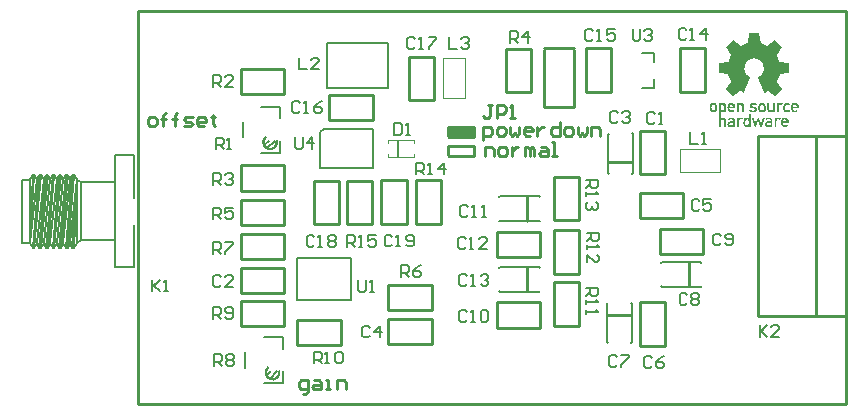
<source format=gto>
G04 Layer_Color=65535*
%FSLAX44Y44*%
%MOMM*%
G71*
G01*
G75*
%ADD31C,0.2540*%
%ADD39C,0.2000*%
%ADD40C,0.1500*%
%ADD41C,0.1800*%
%ADD42C,0.1200*%
%ADD43C,0.2286*%
G36*
X838498Y701546D02*
X839230Y701400D01*
X839816Y700814D01*
X839963Y700667D01*
X840256Y700081D01*
X840549Y699202D01*
X840695Y697738D01*
Y697591D01*
Y697445D01*
X840549Y696566D01*
X840402Y695540D01*
X839816Y694661D01*
X839670Y694515D01*
X839230Y694222D01*
X838498Y693783D01*
X837473Y693636D01*
X837180D01*
X836594Y693783D01*
X835861Y694075D01*
X834982Y694661D01*
X834836Y694808D01*
X834689Y695540D01*
X834543Y696419D01*
X834397Y697738D01*
Y697884D01*
Y698030D01*
X834543Y698909D01*
X834689Y699788D01*
X834982Y700814D01*
X835129Y700960D01*
X835568Y701253D01*
X836447Y701546D01*
X837473Y701693D01*
X837766D01*
X838498Y701546D01*
D02*
G37*
G36*
X894015Y688949D02*
X894601Y688656D01*
X893282Y687337D01*
Y687484D01*
X892989Y687630D01*
X892696Y687777D01*
X891964D01*
X891524Y687630D01*
X891085Y687044D01*
X890792Y686605D01*
Y686019D01*
Y681478D01*
X889181D01*
Y689241D01*
X890792D01*
Y688363D01*
X890938Y688509D01*
X891378Y688802D01*
X891964Y689095D01*
X892989Y689241D01*
X893429D01*
X894015Y688949D01*
D02*
G37*
G36*
X853586Y701546D02*
X854318Y701253D01*
X854904Y700960D01*
X855343Y700374D01*
X855783Y699495D01*
X855929Y698470D01*
Y697005D01*
X850949D01*
Y696859D01*
Y696712D01*
X851242Y696126D01*
X851681Y695394D01*
X852121Y695247D01*
X852707Y695101D01*
X852853D01*
X853439Y695247D01*
X853879Y695540D01*
X854464Y695980D01*
X855783Y694954D01*
X855490Y694808D01*
X854904Y694368D01*
X854025Y693783D01*
X852853Y693636D01*
X852267D01*
X851681Y693929D01*
X851095Y694222D01*
X850509Y694661D01*
X849923Y695394D01*
X849484Y696419D01*
X849338Y697738D01*
Y697884D01*
Y698323D01*
X849484Y699056D01*
X849777Y699788D01*
X850070Y700374D01*
X850656Y701107D01*
X851535Y701546D01*
X852560Y701693D01*
X853146D01*
X853586Y701546D01*
D02*
G37*
G36*
X907344D02*
X908077Y701253D01*
X908663Y700960D01*
X909102Y700374D01*
X909542Y699495D01*
X909688Y698470D01*
Y697005D01*
X904708D01*
Y696859D01*
Y696712D01*
X905001Y696126D01*
X905587Y695394D01*
X906026Y695247D01*
X906612Y695101D01*
X906758D01*
X907198Y695247D01*
X907784Y695540D01*
X908223Y695980D01*
X909395Y694954D01*
X909249Y694808D01*
X908663Y694368D01*
X907784Y693783D01*
X906612Y693636D01*
X906026D01*
X905440Y693929D01*
X904854Y694222D01*
X904268Y694661D01*
X903682Y695394D01*
X903243Y696419D01*
X903096Y697738D01*
Y697884D01*
Y698323D01*
X903243Y699056D01*
X903536Y699788D01*
X903829Y700374D01*
X904415Y701107D01*
X905294Y701546D01*
X906319Y701693D01*
X906905D01*
X907344Y701546D01*
D02*
G37*
G36*
X879513D02*
X880245Y701400D01*
X880978Y700814D01*
X881124Y700667D01*
X881417Y700081D01*
X881710Y699202D01*
X881857Y697738D01*
Y697591D01*
Y697445D01*
X881710Y696566D01*
X881564Y695540D01*
X880978Y694661D01*
X880831Y694515D01*
X880392Y694222D01*
X879659Y693783D01*
X878634Y693636D01*
X878341D01*
X877755Y693783D01*
X877023Y694075D01*
X876144Y694661D01*
X875997Y694808D01*
X875851Y695394D01*
X875558Y696419D01*
X875411Y697738D01*
Y697884D01*
Y698030D01*
X875558Y698909D01*
X875704Y699935D01*
X876144Y700814D01*
X876290Y700960D01*
X876730Y701253D01*
X877609Y701546D01*
X878634Y701693D01*
X878927D01*
X879513Y701546D01*
D02*
G37*
G36*
X869113Y681478D02*
X867501D01*
Y682064D01*
X867355Y681917D01*
X866915Y681625D01*
X866329Y681331D01*
X865451Y681185D01*
X865304D01*
X864718Y681331D01*
X863986Y681625D01*
X863400Y682357D01*
X863253Y682503D01*
X863107Y682943D01*
X862960Y683236D01*
Y683822D01*
X862814Y684408D01*
Y685286D01*
Y685433D01*
Y685726D01*
X862960Y686605D01*
X863107Y687630D01*
X863253Y688070D01*
X863400Y688363D01*
X863546Y688509D01*
X863839Y688802D01*
X864572Y689095D01*
X865451Y689241D01*
X865597D01*
X866183Y689095D01*
X866769Y688949D01*
X867501Y688363D01*
Y692464D01*
X869113D01*
Y681478D01*
D02*
G37*
G36*
X853439Y689095D02*
X854172Y688949D01*
X854757Y688656D01*
X855197Y688216D01*
X855636Y687630D01*
X855783Y686751D01*
Y681478D01*
X854172D01*
Y682064D01*
X854025Y681917D01*
X853732Y681625D01*
X853146Y681331D01*
X852267Y681185D01*
X851828D01*
X850802Y681478D01*
X850217Y681771D01*
X849777Y682210D01*
X849484Y682796D01*
X849338Y683675D01*
Y683822D01*
Y684115D01*
X849631Y684847D01*
X849923Y685286D01*
X850509Y685726D01*
X851095Y685872D01*
X851974Y686019D01*
X854172D01*
Y686751D01*
Y686898D01*
X854025Y687337D01*
X853439Y687630D01*
X853146Y687777D01*
X851974D01*
X851388Y687630D01*
X850949Y687337D01*
X849777Y688216D01*
X849923Y688363D01*
X850509Y688802D01*
X851242Y689095D01*
X852414Y689241D01*
X853000D01*
X853439Y689095D01*
D02*
G37*
G36*
X898848D02*
X899581Y688802D01*
X900167Y688509D01*
X900606Y687923D01*
X901046Y687044D01*
X901192Y686019D01*
Y684554D01*
X896212D01*
Y684408D01*
Y684261D01*
X896505Y683675D01*
X896944Y682943D01*
X897384Y682796D01*
X897970Y682650D01*
X898116D01*
X898702Y682796D01*
X899141Y683089D01*
X899727Y683529D01*
X900899Y682503D01*
X900753Y682357D01*
X900167Y681917D01*
X899288Y681331D01*
X898116Y681185D01*
X897530D01*
X896944Y681478D01*
X896358Y681771D01*
X895772Y682210D01*
X895186Y682943D01*
X894747Y683968D01*
X894601Y685286D01*
Y685433D01*
Y685872D01*
X894747Y686605D01*
X895040Y687337D01*
X895333Y687923D01*
X895919Y688656D01*
X896798Y689095D01*
X897823Y689241D01*
X898409D01*
X898848Y689095D01*
D02*
G37*
G36*
X885958Y688949D02*
X886397Y688656D01*
X886983Y688216D01*
X887276Y687630D01*
X887423Y686751D01*
Y681478D01*
X885958D01*
Y682064D01*
X885812Y681917D01*
X885519Y681625D01*
X884786Y681331D01*
X883907Y681185D01*
X883468D01*
X882589Y681478D01*
X882003Y681771D01*
X881564Y682210D01*
X881271Y682796D01*
X881124Y683675D01*
Y683822D01*
Y684115D01*
X881417Y684847D01*
X881710Y685286D01*
X882296Y685726D01*
X882882Y685872D01*
X883761Y686019D01*
X885958D01*
Y686751D01*
Y686898D01*
X885812Y687337D01*
X885226Y687630D01*
X884933Y687777D01*
X883761D01*
X883175Y687630D01*
X882882Y687337D01*
X881710Y688216D01*
X881857Y688363D01*
X882296Y688802D01*
X883028Y689095D01*
X884347Y689241D01*
X884786D01*
X885958Y688949D01*
D02*
G37*
G36*
X862228D02*
X862814Y688656D01*
X861642Y687337D01*
X861496Y687484D01*
X861349Y687630D01*
X860910Y687777D01*
X860324D01*
X859884Y687630D01*
X859298Y687044D01*
X859152Y686605D01*
Y686019D01*
Y681478D01*
X857541D01*
Y689241D01*
X859152D01*
Y688363D01*
X859298Y688509D01*
X859591Y688802D01*
X860177Y689095D01*
X861056Y689241D01*
X861642D01*
X862228Y688949D01*
D02*
G37*
G36*
X878634Y681478D02*
X877169D01*
X875411Y686898D01*
X873800Y681478D01*
X872482D01*
X869992Y689241D01*
X871603D01*
X873068Y683675D01*
X874972Y689241D01*
X876144D01*
X877902Y683675D01*
X879366Y689241D01*
X881124D01*
X878634Y681478D01*
D02*
G37*
G36*
X846408Y701546D02*
X847140Y701400D01*
X847873Y700814D01*
X848019Y700667D01*
X848166Y700081D01*
X848312Y699202D01*
Y697738D01*
Y697591D01*
Y697445D01*
Y696566D01*
X848166Y695540D01*
X847873Y694661D01*
X847726Y694515D01*
X847140Y694222D01*
X846408Y693783D01*
X845676Y693636D01*
X845529D01*
X845090Y693783D01*
X844357Y694075D01*
X843478Y694515D01*
Y688363D01*
X843625Y688509D01*
X844064Y688802D01*
X844650Y689095D01*
X845676Y689241D01*
X846115D01*
X846994Y688949D01*
X847433Y688656D01*
X847873Y688070D01*
X848166Y687484D01*
X848312Y686605D01*
Y681478D01*
X846701D01*
Y686019D01*
Y686165D01*
Y686312D01*
X846554Y686898D01*
X845968Y687484D01*
X845676Y687777D01*
X844797D01*
X844357Y687630D01*
X843771Y687044D01*
X843625Y686605D01*
X843478Y686019D01*
Y681478D01*
X842160D01*
Y701693D01*
X843478D01*
Y700814D01*
X843625Y700960D01*
X844211Y701253D01*
X844797Y701546D01*
X845676Y701693D01*
X845822D01*
X846408Y701546D01*
D02*
G37*
G36*
X872335D02*
X873214Y701253D01*
X874240Y700521D01*
X873361Y699495D01*
X873068Y699642D01*
X872482Y699935D01*
X871749Y700081D01*
X871163Y700228D01*
X870870D01*
X870431Y700081D01*
X869992Y699935D01*
X869699Y699349D01*
Y699202D01*
X869845Y699056D01*
X870138Y698763D01*
X870870Y698616D01*
X872189Y698470D01*
X872628D01*
X873361Y698030D01*
X874240Y697298D01*
X874386Y696859D01*
X874532Y696126D01*
Y695980D01*
Y695687D01*
X874386Y695394D01*
X874093Y694954D01*
X873654Y694368D01*
X873068Y694075D01*
X872335Y693783D01*
X871163Y693636D01*
X870870D01*
X869992Y693783D01*
X868966Y694222D01*
X867794Y695101D01*
X868820Y696126D01*
X868966Y695980D01*
X869552Y695687D01*
X870431Y695247D01*
X871310Y695101D01*
X871603D01*
X872189Y695247D01*
X872628Y695540D01*
X872921Y695833D01*
Y696126D01*
Y696273D01*
X872775Y696419D01*
X872482Y696712D01*
X871896Y697005D01*
X870285D01*
X870138Y697152D01*
X869406Y697445D01*
X868673Y698177D01*
X868527Y698616D01*
X868380Y699349D01*
Y699495D01*
Y699788D01*
X868673Y700521D01*
X869113Y700960D01*
X869552Y701400D01*
X870285Y701546D01*
X871163Y701693D01*
X871456D01*
X872335Y701546D01*
D02*
G37*
G36*
X900899D02*
X901778Y701107D01*
X902657Y700374D01*
X901485Y699349D01*
X901339Y699495D01*
X901046Y699788D01*
X900606Y700081D01*
X899874Y700228D01*
X899581D01*
X898995Y699935D01*
X898556Y699642D01*
X898262Y699202D01*
X898116Y698616D01*
X897970Y697738D01*
Y697591D01*
Y697298D01*
X898262Y696566D01*
X898848Y695687D01*
X899288Y695394D01*
X899874Y695247D01*
X900020D01*
X900460Y695394D01*
X900899Y695687D01*
X901485Y696126D01*
X902657Y695101D01*
X902511Y694808D01*
X901925Y694368D01*
X901046Y693929D01*
X899874Y693636D01*
X899288D01*
X898702Y693929D01*
X898116Y694222D01*
X897530Y694661D01*
X896944Y695394D01*
X896505Y696419D01*
X896358Y697738D01*
Y697884D01*
Y698323D01*
X896505Y699056D01*
X896798Y699788D01*
X897237Y700374D01*
X897823Y701107D01*
X898702Y701546D01*
X899874Y701693D01*
X900167D01*
X900899Y701546D01*
D02*
G37*
G36*
X875997Y760285D02*
Y760139D01*
X877462Y752668D01*
Y752522D01*
X877609Y752375D01*
X877755Y752229D01*
X882736Y750178D01*
X883175D01*
X889474Y754572D01*
X889620D01*
X889913Y754426D01*
X895333Y749299D01*
Y749153D01*
Y749006D01*
Y748860D01*
Y748713D01*
X890938Y742561D01*
Y742268D01*
Y742122D01*
Y741975D01*
X893282Y736848D01*
Y736702D01*
X893429Y736555D01*
X893722D01*
X900753Y735237D01*
X901046D01*
X901192Y735090D01*
Y734944D01*
Y727473D01*
Y727327D01*
X901046Y727180D01*
X900753D01*
X893868Y725715D01*
X893722D01*
X893575Y725569D01*
X893429Y725423D01*
X891231Y719856D01*
Y719710D01*
Y719563D01*
Y719417D01*
Y719270D01*
X895333Y713558D01*
Y713265D01*
Y713118D01*
X889913Y707845D01*
X889767Y707698D01*
X889620D01*
X889474Y707845D01*
X883761Y711653D01*
X883175D01*
X880831Y710335D01*
X880538D01*
X880392Y710481D01*
X875118Y723079D01*
Y723225D01*
X875265Y723665D01*
X875997Y723958D01*
X876144Y724104D01*
X876290Y724251D01*
X876437Y724397D01*
X876876Y724690D01*
X877462Y725276D01*
X878195Y726009D01*
X878927Y726887D01*
X879513Y728059D01*
X879952Y729378D01*
X880099Y730989D01*
Y731135D01*
Y731575D01*
X879952Y732161D01*
X879806Y733040D01*
X879513Y733919D01*
X879073Y734944D01*
X878487Y735969D01*
X877755Y736848D01*
X877609Y736995D01*
X877316Y737288D01*
X876876Y737580D01*
X876144Y738167D01*
X875265Y738606D01*
X874240Y738899D01*
X873214Y739192D01*
X871896Y739338D01*
X871310D01*
X870724Y739192D01*
X869845Y739045D01*
X868966Y738752D01*
X867941Y738313D01*
X867062Y737727D01*
X866037Y736848D01*
X865890Y736702D01*
X865744Y736409D01*
X865304Y735969D01*
X864865Y735237D01*
X864425Y734358D01*
X864132Y733333D01*
X863839Y732307D01*
X863693Y730989D01*
Y730842D01*
Y730257D01*
X863839Y729524D01*
X864132Y728499D01*
X864572Y727473D01*
X865304Y726301D01*
X866183Y725276D01*
X867501Y724251D01*
Y724104D01*
X867648Y723958D01*
X867794D01*
X868527Y723665D01*
X868673Y723518D01*
Y723079D01*
X863546Y710481D01*
X863400D01*
X862960Y710335D01*
X860470Y711653D01*
X860031D01*
X854318Y707845D01*
X854172Y707698D01*
X854025D01*
X853879Y707845D01*
X848459Y713118D01*
Y713265D01*
Y713411D01*
Y713558D01*
X852560Y719270D01*
Y719417D01*
Y719563D01*
Y719710D01*
Y719856D01*
X850217Y725423D01*
Y725569D01*
X849923Y725715D01*
X843039Y727180D01*
X842892D01*
X842746Y727327D01*
X842599Y727473D01*
Y734944D01*
Y735090D01*
X842746Y735237D01*
X843039D01*
X850070Y736555D01*
X850217D01*
X850656Y736848D01*
X852707Y741975D01*
Y742122D01*
Y742268D01*
Y742414D01*
Y742561D01*
X848459Y748713D01*
Y748860D01*
Y749006D01*
Y749153D01*
Y749299D01*
X853879Y754426D01*
X854025Y754572D01*
X854318D01*
X860470Y750178D01*
X861056D01*
X866037Y752229D01*
X866183D01*
X866329Y752375D01*
Y752668D01*
X867794Y760139D01*
Y760285D01*
X867941Y760432D01*
X875851D01*
X875997Y760285D01*
D02*
G37*
G36*
X895919Y701400D02*
X896505Y701107D01*
X895333Y699642D01*
X895186Y699788D01*
X895040Y699935D01*
X894747Y700081D01*
X894454Y700228D01*
X894161D01*
X893722Y700081D01*
X893136Y699495D01*
X892989Y699056D01*
X892843Y698470D01*
Y693783D01*
X891231D01*
Y701693D01*
X892843D01*
Y700814D01*
X892989Y700960D01*
X893282Y701253D01*
X894015Y701546D01*
X894893Y701693D01*
X895333D01*
X895919Y701400D01*
D02*
G37*
G36*
X862228D02*
X862667Y700960D01*
X863107Y700521D01*
X863400Y699788D01*
X863546Y698909D01*
Y693783D01*
X861935D01*
Y698470D01*
Y698616D01*
Y698763D01*
X861789Y699349D01*
X861203Y699935D01*
X860910Y700228D01*
X860031D01*
X859591Y700081D01*
X859005Y699495D01*
X858859Y699056D01*
X858712Y698470D01*
Y693783D01*
X857101D01*
Y701693D01*
X858712D01*
Y700814D01*
X858859Y700960D01*
X859298Y701253D01*
X859884Y701546D01*
X860910Y701693D01*
X861349D01*
X862228Y701400D01*
D02*
G37*
G36*
X889474Y693783D02*
X887862D01*
Y694515D01*
X887716Y694368D01*
X887276Y694075D01*
X886691Y693783D01*
X885958Y693636D01*
X885519D01*
X884640Y693929D01*
X884054Y694222D01*
X883614Y694808D01*
X883321Y695394D01*
X883175Y696273D01*
Y701693D01*
X884786D01*
Y697005D01*
Y696712D01*
X884933Y696126D01*
X885519Y695540D01*
X885812Y695394D01*
X886397Y695247D01*
X886691D01*
X887130Y695540D01*
X887569Y695980D01*
X887862Y696419D01*
Y697005D01*
Y701693D01*
X889474D01*
Y693783D01*
D02*
G37*
%LPC*%
G36*
X837473Y700228D02*
X837326D01*
X837033Y700081D01*
X836594Y699935D01*
X836301Y699495D01*
X836154Y699349D01*
X836008Y699056D01*
X835861Y698470D01*
X835715Y697738D01*
Y697591D01*
X835861Y697005D01*
X836008Y696419D01*
X836301Y695833D01*
Y695687D01*
X836447Y695540D01*
X836887Y695394D01*
X837473Y695247D01*
X837619D01*
X838058Y695394D01*
X838498Y695540D01*
X838791Y695833D01*
Y695980D01*
X838937Y696273D01*
X839084Y696859D01*
Y697738D01*
Y698030D01*
Y698470D01*
X838937Y699056D01*
X838791Y699495D01*
X838644Y699642D01*
X838498Y699935D01*
X838058Y700081D01*
X837473Y700228D01*
D02*
G37*
G36*
X853000D02*
X852267D01*
X851828Y700081D01*
X851242Y699495D01*
X851095Y699056D01*
X850949Y698470D01*
X854318D01*
Y698616D01*
Y698763D01*
X854025Y699349D01*
X853439Y699935D01*
X853000Y700228D01*
D02*
G37*
G36*
X906758D02*
X906026D01*
X905587Y700081D01*
X905001Y699495D01*
X904854Y699056D01*
X904708Y698470D01*
X908077D01*
Y698616D01*
Y698763D01*
X907784Y699349D01*
X907198Y699935D01*
X906758Y700228D01*
D02*
G37*
G36*
X878634D02*
X878487D01*
X878195Y700081D01*
X877755Y699935D01*
X877462Y699495D01*
X877316Y699202D01*
X877169Y698616D01*
X877023Y697738D01*
Y697445D01*
Y697005D01*
X877169Y696273D01*
X877462Y695833D01*
Y695687D01*
X877609Y695540D01*
X878048Y695394D01*
X878634Y695247D01*
X878781D01*
X879073Y695394D01*
X879513Y695540D01*
X879806Y695833D01*
X879952Y695980D01*
X880099Y696273D01*
X880245Y696859D01*
Y697738D01*
Y698030D01*
Y698470D01*
X880099Y699056D01*
X879806Y699495D01*
Y699642D01*
X879513Y699935D01*
X879220Y700081D01*
X878634Y700228D01*
D02*
G37*
G36*
X866037Y687777D02*
X865744D01*
X865304Y687484D01*
X865011Y687191D01*
X864718Y686751D01*
X864572Y686165D01*
X864425Y685286D01*
Y685140D01*
Y684847D01*
X864572Y684115D01*
X865158Y683236D01*
X865451Y682943D01*
X866037Y682796D01*
X866329D01*
X866769Y683089D01*
X867062Y683382D01*
X867208Y683822D01*
X867501Y684408D01*
Y685286D01*
Y685433D01*
Y685726D01*
X867355Y686605D01*
X866915Y687337D01*
X866476Y687630D01*
X866037Y687777D01*
D02*
G37*
G36*
X854172Y684554D02*
X852121D01*
X851681Y684408D01*
X851095Y684261D01*
X850949Y683675D01*
Y683529D01*
X851095Y683236D01*
X851535Y682796D01*
X852414Y682650D01*
X852707D01*
X853293Y682796D01*
X853879Y683236D01*
X854172Y683675D01*
Y684115D01*
Y684554D01*
D02*
G37*
G36*
X898262Y687777D02*
X897530D01*
X897091Y687630D01*
X896505Y687044D01*
X896358Y686605D01*
X896212Y686019D01*
X899581D01*
Y686165D01*
Y686312D01*
X899288Y686898D01*
X898702Y687484D01*
X898262Y687777D01*
D02*
G37*
G36*
X885958Y684554D02*
X883907D01*
X883468Y684408D01*
X882882Y684261D01*
X882736Y683675D01*
Y683529D01*
X882882Y683236D01*
X883321Y682796D01*
X884054Y682650D01*
X884347D01*
X885079Y682796D01*
X885665Y683236D01*
X885812Y683675D01*
X885958Y684115D01*
Y684554D01*
D02*
G37*
G36*
X845090Y700228D02*
X844797D01*
X844357Y699935D01*
X844064Y699642D01*
X843771Y699202D01*
X843625Y698616D01*
X843478Y697738D01*
Y697591D01*
Y697298D01*
X843625Y696566D01*
X844211Y695687D01*
X844504Y695394D01*
X845090Y695247D01*
X845383D01*
X845968Y695540D01*
X846262Y695833D01*
X846408Y696273D01*
X846701Y696859D01*
Y697738D01*
Y697884D01*
Y698177D01*
X846554Y699056D01*
X845968Y699788D01*
X845676Y700081D01*
X845090Y700228D01*
D02*
G37*
%LPD*%
D31*
X924700Y521100D02*
X950100D01*
X924700Y673500D02*
X950100D01*
Y521100D02*
Y673500D01*
X924700Y521100D02*
X950100D01*
X924700D02*
Y673500D01*
X875170Y521100D02*
X924700D01*
X875170Y673500D02*
X923430D01*
X875170Y521100D02*
Y673500D01*
X614500Y674500D02*
X633500D01*
X634250Y673750D01*
Y675750D01*
X613250D02*
X634250D01*
X613250D02*
Y678000D01*
X613500Y678250D01*
X634500D01*
X634000Y678750D02*
X634500Y678250D01*
X613000Y678750D02*
X634000D01*
X612750Y657500D02*
Y665500D01*
Y657500D02*
X613250Y657000D01*
X634750D01*
X635000Y657250D01*
Y665500D01*
X612750D02*
X635000D01*
X612750Y681250D02*
X635000D01*
Y673000D02*
Y681250D01*
X634750Y672750D02*
X635000Y673000D01*
X613250Y672750D02*
X634750D01*
X612750Y673250D02*
X613250Y672750D01*
X612750Y673250D02*
Y681250D01*
X729332Y747940D02*
X750668D01*
X729332Y711110D02*
X750668D01*
Y747940D01*
X729332Y711110D02*
Y747940D01*
X694300Y698170D02*
X719700D01*
X694300Y747700D02*
X719700D01*
X694300Y698170D02*
Y746430D01*
X719700Y698170D02*
Y746430D01*
X809332Y711060D02*
X830668D01*
X809332Y747890D02*
X830668D01*
X809332Y711060D02*
Y747890D01*
X830668Y711060D02*
Y747890D01*
X661832Y710560D02*
X683168D01*
X661832Y747390D02*
X683168D01*
X661832Y710560D02*
Y747390D01*
X683168Y710560D02*
Y747390D01*
X473940Y709332D02*
Y730668D01*
X437110Y709332D02*
Y730668D01*
Y709332D02*
X473940D01*
X437110Y730668D02*
X473940D01*
X654060Y511332D02*
Y532668D01*
X690890Y511332D02*
Y532668D01*
X654060D02*
X690890D01*
X654060Y511332D02*
X690890D01*
X680000Y542000D02*
Y561750D01*
X654060Y571332D02*
Y592668D01*
X690890Y571332D02*
Y592668D01*
X654060D02*
X690890D01*
X654060Y571332D02*
X690890D01*
X680000Y602000D02*
Y621750D01*
X702332Y513060D02*
X723668D01*
X702332Y549890D02*
X723668D01*
X702332Y513060D02*
Y549890D01*
X723668Y513060D02*
Y549890D01*
X702332Y557060D02*
X723668D01*
X702332Y593890D02*
X723668D01*
X702332Y557060D02*
Y593890D01*
X723668Y557060D02*
Y593890D01*
X702332Y602110D02*
X723668D01*
X702332Y638940D02*
X723668D01*
X702332Y602110D02*
Y638940D01*
X723668Y602110D02*
Y638940D01*
X548890Y687332D02*
Y708668D01*
X512060Y687332D02*
Y708668D01*
Y687332D02*
X548890D01*
X512060Y708668D02*
X548890D01*
X579332Y704060D02*
X600668D01*
X579332Y740890D02*
X600668D01*
X579332Y704060D02*
Y740890D01*
X600668Y704060D02*
Y740890D01*
X562110Y526332D02*
Y547668D01*
X598940Y526332D02*
Y547668D01*
X562110D02*
X598940D01*
X562110Y526332D02*
X598940D01*
X562110Y497332D02*
Y518668D01*
X598940Y497332D02*
Y518668D01*
X562110D02*
X598940D01*
X562110Y497332D02*
X598940D01*
X499332Y635890D02*
X520668D01*
X499332Y599060D02*
X520668D01*
Y635890D01*
X499332Y599060D02*
Y635890D01*
X521940Y496332D02*
Y517668D01*
X485110Y496332D02*
Y517668D01*
Y496332D02*
X521940D01*
X485110Y517668D02*
X521940D01*
X556332Y599110D02*
X577668D01*
X556332Y635940D02*
X577668D01*
X556332Y599110D02*
Y635940D01*
X577668Y599110D02*
Y635940D01*
X585332D02*
X606668D01*
X585332Y599110D02*
X606668D01*
Y635940D01*
X585332Y599110D02*
Y635940D01*
X527332Y635890D02*
X548668D01*
X527332Y599060D02*
X548668D01*
Y635890D01*
X527332Y599060D02*
Y635890D01*
X437110Y512332D02*
Y533668D01*
X473940Y512332D02*
Y533668D01*
X437110D02*
X473940D01*
X437110Y512332D02*
X473940D01*
Y627332D02*
Y648668D01*
X437110Y627332D02*
Y648668D01*
Y627332D02*
X473940D01*
X437110Y648668D02*
X473940D01*
X437060Y540332D02*
Y561668D01*
X473890Y540332D02*
Y561668D01*
X437060D02*
X473890D01*
X437060Y540332D02*
X473890D01*
X437060Y569332D02*
Y590668D01*
X473890Y569332D02*
Y590668D01*
X437060D02*
X473890D01*
X437060Y569332D02*
X473890D01*
X437060Y598332D02*
Y619668D01*
X473890Y598332D02*
Y619668D01*
X437060D02*
X473890D01*
X437060Y598332D02*
X473890D01*
X748250Y522000D02*
X768000D01*
X775332Y496060D02*
X796668D01*
X775332Y532890D02*
X796668D01*
X775332Y496060D02*
Y532890D01*
X796668Y496060D02*
Y532890D01*
X817060Y546586D02*
Y566337D01*
X792060Y573332D02*
Y594668D01*
X828890Y573332D02*
Y594668D01*
X792060D02*
X828890D01*
X792060Y573332D02*
X828890D01*
X811940Y604332D02*
Y625668D01*
X775110Y604332D02*
Y625668D01*
Y604332D02*
X811940D01*
X775110Y625668D02*
X811940D01*
X775332Y677940D02*
X796668D01*
X775332Y641110D02*
X796668D01*
Y677940D01*
X775332Y641110D02*
Y677940D01*
X749000Y651940D02*
X768750D01*
X350000Y447000D02*
Y779000D01*
X950000D01*
Y447000D02*
Y779000D01*
X350000Y447000D02*
X950000D01*
D39*
X460400Y477843D02*
G03*
X470057Y474500I3800J-4643D01*
G01*
X460400Y477176D02*
G03*
X469544Y474500I3800J-3976D01*
G01*
X458400Y672843D02*
G03*
X468058Y669500I3800J-4643D01*
G01*
X458400Y672176D02*
G03*
X467544Y669500I3800J-3976D01*
G01*
X347250Y562400D02*
Y598627D01*
X330750Y562400D02*
X347250D01*
X330750Y657600D02*
X347250D01*
X259100Y583350D02*
X261210Y640940D01*
X259100Y583350D02*
X262590Y640940D01*
X259100Y583350D02*
X264700Y637150D01*
X261210Y579060D02*
X266810Y640940D01*
X262590Y579060D02*
X268190Y640940D01*
X264700Y582850D02*
X270300Y637150D01*
X266810Y579060D02*
X272410Y640940D01*
X268190Y579060D02*
X273790Y640940D01*
X270300Y582850D02*
X275900Y637150D01*
X272410Y579060D02*
X278010Y640940D01*
X273790Y579060D02*
X279390Y640940D01*
X275900Y582850D02*
X281500Y637150D01*
X278010Y579060D02*
X283610Y640940D01*
X279390Y579060D02*
X284990Y640940D01*
X281500Y582850D02*
X287100Y637150D01*
X283610Y579060D02*
X289210Y640940D01*
X284990Y579060D02*
X290590Y640940D01*
X294810Y579060D02*
X298300Y637127D01*
X296190Y579060D02*
X298300Y636650D01*
X292700Y582850D02*
X298300Y637127D01*
X287100Y582850D02*
X292700Y637150D01*
X289210Y579060D02*
X294810Y640940D01*
X290590Y579060D02*
X296190Y640940D01*
X302050Y585467D02*
X330750D01*
X251950Y583350D02*
X259100D01*
X251950D02*
Y636650D01*
X259100D01*
X302050Y634474D02*
X330750D01*
X302050Y585467D02*
Y634474D01*
X298300Y583350D02*
X302050Y585467D01*
X298300Y582850D02*
Y637127D01*
X296190Y579060D02*
X298300Y582850D01*
X294810Y579060D02*
X296190D01*
X292700Y582850D02*
X294810Y579060D01*
X290590D02*
X292700Y582850D01*
X289210Y579060D02*
X290590D01*
X287100Y582850D02*
X289210Y579060D01*
X284990D02*
X287100Y582850D01*
X283610Y579060D02*
X284990D01*
X281500Y582850D02*
X283610Y579060D01*
X279390D02*
X281500Y582850D01*
X278010Y579060D02*
X279390D01*
X275900Y582850D02*
X278010Y579060D01*
X273790D02*
X275900Y582850D01*
X272410Y579060D02*
X273790D01*
X270300Y582850D02*
X272410Y579060D01*
X268190D02*
X270300Y582850D01*
X266810Y579060D02*
X268190D01*
X264700Y582850D02*
X266810Y579060D01*
X262590D02*
X264700Y582850D01*
X261210Y579060D02*
X262590D01*
X259100Y583350D02*
X261210Y579060D01*
X259100Y583350D02*
Y637150D01*
X261210Y640940D01*
X262590D01*
X264700Y637150D01*
X266810Y640940D01*
X268190D01*
X270300Y637150D01*
X272410Y640940D01*
X273790D01*
X275900Y637150D01*
X278010Y640940D01*
X279390D01*
X281500Y637150D01*
X283610Y640940D01*
X284990D01*
X287100Y637150D01*
X289210Y640940D01*
X290590D01*
X292700Y637150D01*
X294810Y640940D01*
X296190D01*
X298300Y637127D01*
Y636650D02*
X302050Y634474D01*
X347250Y621373D02*
Y657600D01*
X330750Y562400D02*
Y657600D01*
X787000Y714000D02*
Y722000D01*
X777000Y714000D02*
X787000D01*
Y736000D02*
Y744000D01*
X777000D02*
X787000D01*
X472900Y464500D02*
Y474500D01*
X459207Y470894D02*
X462813Y474500D01*
X461894Y468207D02*
X468187Y474500D01*
X441100Y477500D02*
Y490500D01*
X456750Y464500D02*
X472900D01*
Y493500D02*
Y503500D01*
X456750D02*
X472900D01*
X470900Y659500D02*
Y669500D01*
X457207Y665894D02*
X460813Y669500D01*
X459894Y663207D02*
X466187Y669500D01*
X439100Y672500D02*
Y685500D01*
X454750Y659500D02*
X470900D01*
Y688500D02*
Y698500D01*
X454750D02*
X470900D01*
D40*
X504250Y676610D02*
X507440Y679800D01*
X504250Y646160D02*
Y676610D01*
Y646160D02*
X549250D01*
X507440Y679800D02*
X515000D01*
X549250Y671953D02*
Y679410D01*
X548860Y679800D02*
X549250Y679410D01*
X538500Y679800D02*
X548860D01*
X515000D02*
X538500D01*
X549250Y653757D02*
Y671953D01*
Y646160D02*
Y653757D01*
X549250Y646160D02*
X549250Y646160D01*
X689750Y541240D02*
X690510Y542000D01*
X689490Y562510D02*
X690260Y561740D01*
X656750Y562510D02*
X689490D01*
X656000Y561760D02*
X656750Y562510D01*
X657010Y541240D02*
X689750D01*
X656250Y542000D02*
X657010Y541240D01*
X689750Y601240D02*
X690510Y602000D01*
X689490Y622510D02*
X690260Y621740D01*
X656750Y622510D02*
X689490D01*
X656000Y621760D02*
X656750Y622510D01*
X657010Y601240D02*
X689750D01*
X656250Y602000D02*
X657010Y601240D01*
X510000Y713950D02*
X562000D01*
X510000D02*
Y752304D01*
X562000D01*
Y713950D02*
Y752304D01*
X768000Y532510D02*
X768760Y531750D01*
X747490Y531490D02*
X748260Y532260D01*
X747490Y498750D02*
Y531490D01*
Y498750D02*
X748240Y498000D01*
X768760Y499010D02*
Y531750D01*
X768000Y498250D02*
X768760Y499010D01*
X826810Y545827D02*
X827570Y546586D01*
X826550Y567096D02*
X827320Y566327D01*
X793810Y567096D02*
X826550D01*
X793060Y566346D02*
X793810Y567096D01*
X794070Y545827D02*
X826810D01*
X793310Y546587D02*
X794070Y545827D01*
X748240Y642190D02*
X749000Y641430D01*
X768740Y641680D02*
X769510Y642450D01*
Y675190D01*
X768760Y675940D02*
X769510Y675190D01*
X748240Y642190D02*
Y674930D01*
X749000Y675690D01*
D41*
X530346Y534364D02*
Y570178D01*
X484616Y534364D02*
X530346D01*
X484616D02*
Y569796D01*
X484998Y570178D01*
X530346D01*
X614000Y756997D02*
Y747000D01*
X620664D01*
X623997Y755331D02*
X625663Y756997D01*
X628995D01*
X630661Y755331D01*
Y753664D01*
X628995Y751998D01*
X627329D01*
X628995D01*
X630661Y750332D01*
Y748666D01*
X628995Y747000D01*
X625663D01*
X623997Y748666D01*
X818000Y676997D02*
Y667000D01*
X824665D01*
X827997D02*
X831329D01*
X829663D01*
Y676997D01*
X827997Y675331D01*
X483000Y672657D02*
Y664326D01*
X484666Y662660D01*
X487998D01*
X489664Y664326D01*
Y672657D01*
X497995Y662660D02*
Y672657D01*
X492997Y667658D01*
X499661D01*
X769000Y763997D02*
Y755666D01*
X770666Y754000D01*
X773998D01*
X775665Y755666D01*
Y763997D01*
X778997Y762331D02*
X780663Y763997D01*
X783995D01*
X785661Y762331D01*
Y760665D01*
X783995Y758998D01*
X782329D01*
X783995D01*
X785661Y757332D01*
Y755666D01*
X783995Y754000D01*
X780663D01*
X778997Y755666D01*
X536500Y551497D02*
Y543166D01*
X538166Y541500D01*
X541498D01*
X543164Y543166D01*
Y551497D01*
X546497Y541500D02*
X549829D01*
X548163D01*
Y551497D01*
X546497Y549831D01*
X527000Y580000D02*
Y589997D01*
X531998D01*
X533665Y588331D01*
Y584998D01*
X531998Y583332D01*
X527000D01*
X530332D02*
X533665Y580000D01*
X536997D02*
X540329D01*
X538663D01*
Y589997D01*
X536997Y588331D01*
X551992Y589997D02*
X545327D01*
Y584998D01*
X548660Y586665D01*
X550326D01*
X551992Y584998D01*
Y581666D01*
X550326Y580000D01*
X546993D01*
X545327Y581666D01*
X586000Y641000D02*
Y650997D01*
X590998D01*
X592664Y649331D01*
Y645998D01*
X590998Y644332D01*
X586000D01*
X589332D02*
X592664Y641000D01*
X595997D02*
X599329D01*
X597663D01*
Y650997D01*
X595997Y649331D01*
X609326Y641000D02*
Y650997D01*
X604327Y645998D01*
X610992D01*
X730000Y636000D02*
X739997D01*
Y631002D01*
X738331Y629336D01*
X734998D01*
X733332Y631002D01*
Y636000D01*
Y632668D02*
X730000Y629336D01*
Y626003D02*
Y622671D01*
Y624337D01*
X739997D01*
X738331Y626003D01*
Y617673D02*
X739997Y616006D01*
Y612674D01*
X738331Y611008D01*
X736665D01*
X734998Y612674D01*
Y614340D01*
Y612674D01*
X733332Y611008D01*
X731666D01*
X730000Y612674D01*
Y616006D01*
X731666Y617673D01*
X730250Y591500D02*
X740247D01*
Y586502D01*
X738581Y584836D01*
X735248D01*
X733582Y586502D01*
Y591500D01*
Y588168D02*
X730250Y584836D01*
Y581503D02*
Y578171D01*
Y579837D01*
X740247D01*
X738581Y581503D01*
X730250Y566508D02*
Y573173D01*
X736915Y566508D01*
X738581D01*
X740247Y568174D01*
Y571507D01*
X738581Y573173D01*
X730000Y544950D02*
X739997D01*
Y539952D01*
X738331Y538285D01*
X734998D01*
X733332Y539952D01*
Y544950D01*
Y541618D02*
X730000Y538285D01*
Y534953D02*
Y531621D01*
Y533287D01*
X739997D01*
X738331Y534953D01*
X730000Y526623D02*
Y523290D01*
Y524957D01*
X739997D01*
X738331Y526623D01*
X499000Y481000D02*
Y490997D01*
X503998D01*
X505664Y489331D01*
Y485998D01*
X503998Y484332D01*
X499000D01*
X502332D02*
X505664Y481000D01*
X508997D02*
X512329D01*
X510663D01*
Y490997D01*
X508997Y489331D01*
X517327D02*
X518994Y490997D01*
X522326D01*
X523992Y489331D01*
Y482666D01*
X522326Y481000D01*
X518994D01*
X517327Y482666D01*
Y489331D01*
X414050Y519000D02*
Y528997D01*
X419048D01*
X420714Y527331D01*
Y523998D01*
X419048Y522332D01*
X414050D01*
X417382D02*
X420714Y519000D01*
X424047Y520666D02*
X425713Y519000D01*
X429045D01*
X430711Y520666D01*
Y527331D01*
X429045Y528997D01*
X425713D01*
X424047Y527331D01*
Y525664D01*
X425713Y523998D01*
X430711D01*
X415000Y479000D02*
Y488997D01*
X419998D01*
X421665Y487331D01*
Y483998D01*
X419998Y482332D01*
X415000D01*
X418332D02*
X421665Y479000D01*
X424997Y487331D02*
X426663Y488997D01*
X429995D01*
X431661Y487331D01*
Y485664D01*
X429995Y483998D01*
X431661Y482332D01*
Y480666D01*
X429995Y479000D01*
X426663D01*
X424997Y480666D01*
Y482332D01*
X426663Y483998D01*
X424997Y485664D01*
Y487331D01*
X426663Y483998D02*
X429995D01*
X414000Y574000D02*
Y583997D01*
X418998D01*
X420664Y582331D01*
Y578998D01*
X418998Y577332D01*
X414000D01*
X417332D02*
X420664Y574000D01*
X423997Y583997D02*
X430661D01*
Y582331D01*
X423997Y575666D01*
Y574000D01*
X573000Y554000D02*
Y563997D01*
X577998D01*
X579664Y562331D01*
Y558998D01*
X577998Y557332D01*
X573000D01*
X576332D02*
X579664Y554000D01*
X589661Y563997D02*
X586329Y562331D01*
X582997Y558998D01*
Y555666D01*
X584663Y554000D01*
X587995D01*
X589661Y555666D01*
Y557332D01*
X587995Y558998D01*
X582997D01*
X413950Y603000D02*
Y612997D01*
X418948D01*
X420615Y611331D01*
Y607998D01*
X418948Y606332D01*
X413950D01*
X417282D02*
X420615Y603000D01*
X430611Y612997D02*
X423947D01*
Y607998D01*
X427279Y609664D01*
X428945D01*
X430611Y607998D01*
Y604666D01*
X428945Y603000D01*
X425613D01*
X423947Y604666D01*
X665250Y752250D02*
Y762247D01*
X670248D01*
X671915Y760581D01*
Y757248D01*
X670248Y755582D01*
X665250D01*
X668582D02*
X671915Y752250D01*
X680245D02*
Y762247D01*
X675247Y757248D01*
X681911D01*
X414000Y632000D02*
Y641997D01*
X418998D01*
X420664Y640331D01*
Y636998D01*
X418998Y635332D01*
X414000D01*
X417332D02*
X420664Y632000D01*
X423997Y640331D02*
X425663Y641997D01*
X428995D01*
X430661Y640331D01*
Y638665D01*
X428995Y636998D01*
X427329D01*
X428995D01*
X430661Y635332D01*
Y633666D01*
X428995Y632000D01*
X425663D01*
X423997Y633666D01*
X414000Y715000D02*
Y724997D01*
X418998D01*
X420664Y723331D01*
Y719998D01*
X418998Y718332D01*
X414000D01*
X417332D02*
X420664Y715000D01*
X430661D02*
X423997D01*
X430661Y721665D01*
Y723331D01*
X428995Y724997D01*
X425663D01*
X423997Y723331D01*
X416000Y662250D02*
Y672247D01*
X420998D01*
X422664Y670581D01*
Y667248D01*
X420998Y665582D01*
X416000D01*
X419332D02*
X422664Y662250D01*
X425997D02*
X429329D01*
X427663D01*
Y672247D01*
X425997Y670581D01*
X487000Y739997D02*
Y730000D01*
X493665D01*
X503661D02*
X496997D01*
X503661Y736665D01*
Y738331D01*
X501995Y739997D01*
X498663D01*
X496997Y738331D01*
X362000Y551997D02*
Y542000D01*
Y545332D01*
X368665Y551997D01*
X363666Y546998D01*
X368665Y542000D01*
X371997D02*
X375329D01*
X373663D01*
Y551997D01*
X371997Y550331D01*
X567000Y684247D02*
Y674250D01*
X571998D01*
X573665Y675916D01*
Y682581D01*
X571998Y684247D01*
X567000D01*
X576997Y674250D02*
X580329D01*
X578663D01*
Y684247D01*
X576997Y682581D01*
X565664Y588381D02*
X563998Y590047D01*
X560666D01*
X559000Y588381D01*
Y581716D01*
X560666Y580050D01*
X563998D01*
X565664Y581716D01*
X568997Y580050D02*
X572329D01*
X570663D01*
Y590047D01*
X568997Y588381D01*
X577327Y581716D02*
X578994Y580050D01*
X582326D01*
X583992Y581716D01*
Y588381D01*
X582326Y590047D01*
X578994D01*
X577327Y588381D01*
Y586715D01*
X578994Y585048D01*
X583992D01*
X499664Y588331D02*
X497998Y589997D01*
X494666D01*
X493000Y588331D01*
Y581666D01*
X494666Y580000D01*
X497998D01*
X499664Y581666D01*
X502997Y580000D02*
X506329D01*
X504663D01*
Y589997D01*
X502997Y588331D01*
X511327D02*
X512994Y589997D01*
X516326D01*
X517992Y588331D01*
Y586665D01*
X516326Y584998D01*
X517992Y583332D01*
Y581666D01*
X516326Y580000D01*
X512994D01*
X511327Y581666D01*
Y583332D01*
X512994Y584998D01*
X511327Y586665D01*
Y588331D01*
X512994Y584998D02*
X516326D01*
X584664Y755331D02*
X582998Y756997D01*
X579666D01*
X578000Y755331D01*
Y748666D01*
X579666Y747000D01*
X582998D01*
X584664Y748666D01*
X587997Y747000D02*
X591329D01*
X589663D01*
Y756997D01*
X587997Y755331D01*
X596327Y756997D02*
X602992D01*
Y755331D01*
X596327Y748666D01*
Y747000D01*
X487664Y701331D02*
X485998Y702997D01*
X482666D01*
X481000Y701331D01*
Y694666D01*
X482666Y693000D01*
X485998D01*
X487664Y694666D01*
X490997Y693000D02*
X494329D01*
X492663D01*
Y702997D01*
X490997Y701331D01*
X505992Y702997D02*
X502660Y701331D01*
X499327Y697998D01*
Y694666D01*
X500994Y693000D01*
X504326D01*
X505992Y694666D01*
Y696332D01*
X504326Y697998D01*
X499327D01*
X735665Y762331D02*
X733998Y763997D01*
X730666D01*
X729000Y762331D01*
Y755666D01*
X730666Y754000D01*
X733998D01*
X735665Y755666D01*
X738997Y754000D02*
X742329D01*
X740663D01*
Y763997D01*
X738997Y762331D01*
X753992Y763997D02*
X747327D01*
Y758998D01*
X750660Y760665D01*
X752326D01*
X753992Y758998D01*
Y755666D01*
X752326Y754000D01*
X748994D01*
X747327Y755666D01*
X814665Y763331D02*
X812998Y764997D01*
X809666D01*
X808000Y763331D01*
Y756666D01*
X809666Y755000D01*
X812998D01*
X814665Y756666D01*
X817997Y755000D02*
X821329D01*
X819663D01*
Y764997D01*
X817997Y763331D01*
X831326Y755000D02*
Y764997D01*
X826327Y759998D01*
X832992D01*
X628665Y555331D02*
X626998Y556997D01*
X623666D01*
X622000Y555331D01*
Y548666D01*
X623666Y547000D01*
X626998D01*
X628665Y548666D01*
X631997Y547000D02*
X635329D01*
X633663D01*
Y556997D01*
X631997Y555331D01*
X640327D02*
X641994Y556997D01*
X645326D01*
X646992Y555331D01*
Y553665D01*
X645326Y551998D01*
X643660D01*
X645326D01*
X646992Y550332D01*
Y548666D01*
X645326Y547000D01*
X641994D01*
X640327Y548666D01*
X627615Y586331D02*
X625948Y587997D01*
X622616D01*
X620950Y586331D01*
Y579666D01*
X622616Y578000D01*
X625948D01*
X627615Y579666D01*
X630947Y578000D02*
X634279D01*
X632613D01*
Y587997D01*
X630947Y586331D01*
X645942Y578000D02*
X639277D01*
X645942Y584664D01*
Y586331D01*
X644276Y587997D01*
X640944D01*
X639277Y586331D01*
X629605Y613331D02*
X627939Y614997D01*
X624606D01*
X622940Y613331D01*
Y606666D01*
X624606Y605000D01*
X627939D01*
X629605Y606666D01*
X632937Y605000D02*
X636269D01*
X634603D01*
Y614997D01*
X632937Y613331D01*
X641268Y605000D02*
X644600D01*
X642934D01*
Y614997D01*
X641268Y613331D01*
X628615Y524331D02*
X626948Y525997D01*
X623616D01*
X621950Y524331D01*
Y517666D01*
X623616Y516000D01*
X626948D01*
X628615Y517666D01*
X631947Y516000D02*
X635279D01*
X633613D01*
Y525997D01*
X631947Y524331D01*
X640277D02*
X641944Y525997D01*
X645276D01*
X646942Y524331D01*
Y517666D01*
X645276Y516000D01*
X641944D01*
X640277Y517666D01*
Y524331D01*
X843664Y589331D02*
X841998Y590997D01*
X838666D01*
X837000Y589331D01*
Y582666D01*
X838666Y581000D01*
X841998D01*
X843664Y582666D01*
X846997D02*
X848663Y581000D01*
X851995D01*
X853661Y582666D01*
Y589331D01*
X851995Y590997D01*
X848663D01*
X846997Y589331D01*
Y587664D01*
X848663Y585998D01*
X853661D01*
X815415Y538581D02*
X813748Y540247D01*
X810416D01*
X808750Y538581D01*
Y531916D01*
X810416Y530250D01*
X813748D01*
X815415Y531916D01*
X818747Y538581D02*
X820413Y540247D01*
X823745D01*
X825411Y538581D01*
Y536914D01*
X823745Y535248D01*
X825411Y533582D01*
Y531916D01*
X823745Y530250D01*
X820413D01*
X818747Y531916D01*
Y533582D01*
X820413Y535248D01*
X818747Y536914D01*
Y538581D01*
X820413Y535248D02*
X823745D01*
X755665Y486331D02*
X753998Y487997D01*
X750666D01*
X749000Y486331D01*
Y479666D01*
X750666Y478000D01*
X753998D01*
X755665Y479666D01*
X758997Y487997D02*
X765661D01*
Y486331D01*
X758997Y479666D01*
Y478000D01*
X785665Y485331D02*
X783998Y486997D01*
X780666D01*
X779000Y485331D01*
Y478666D01*
X780666Y477000D01*
X783998D01*
X785665Y478666D01*
X795661Y486997D02*
X792329Y485331D01*
X788997Y481998D01*
Y478666D01*
X790663Y477000D01*
X793995D01*
X795661Y478666D01*
Y480332D01*
X793995Y481998D01*
X788997D01*
X825665Y618331D02*
X823998Y619997D01*
X820666D01*
X819000Y618331D01*
Y611666D01*
X820666Y610000D01*
X823998D01*
X825665Y611666D01*
X835661Y619997D02*
X828997D01*
Y614998D01*
X832329Y616665D01*
X833995D01*
X835661Y614998D01*
Y611666D01*
X833995Y610000D01*
X830663D01*
X828997Y611666D01*
X546715Y511331D02*
X545048Y512997D01*
X541716D01*
X540050Y511331D01*
Y504666D01*
X541716Y503000D01*
X545048D01*
X546715Y504666D01*
X555045Y503000D02*
Y512997D01*
X550047Y507998D01*
X556711D01*
X756665Y693331D02*
X754998Y694997D01*
X751666D01*
X750000Y693331D01*
Y686666D01*
X751666Y685000D01*
X754998D01*
X756665Y686666D01*
X759997Y693331D02*
X761663Y694997D01*
X764995D01*
X766661Y693331D01*
Y691665D01*
X764995Y689998D01*
X763329D01*
X764995D01*
X766661Y688332D01*
Y686666D01*
X764995Y685000D01*
X761663D01*
X759997Y686666D01*
X420664Y554331D02*
X418998Y555997D01*
X415666D01*
X414000Y554331D01*
Y547666D01*
X415666Y546000D01*
X418998D01*
X420664Y547666D01*
X430661Y546000D02*
X423997D01*
X430661Y552664D01*
Y554331D01*
X428995Y555997D01*
X425663D01*
X423997Y554331D01*
X787664Y692331D02*
X785998Y693997D01*
X782666D01*
X781000Y692331D01*
Y685666D01*
X782666Y684000D01*
X785998D01*
X787664Y685666D01*
X790997Y684000D02*
X794329D01*
X792663D01*
Y693997D01*
X790997Y692331D01*
X876500Y513747D02*
Y503750D01*
Y507082D01*
X883165Y513747D01*
X878166Y508748D01*
X883165Y503750D01*
X893161D02*
X886497D01*
X893161Y510415D01*
Y512081D01*
X891495Y513747D01*
X888163D01*
X886497Y512081D01*
D42*
X584000Y668000D02*
Y670000D01*
X562250Y656000D02*
Y658000D01*
X569250Y656000D02*
Y669750D01*
X570250Y656250D02*
Y670000D01*
X562250Y668000D02*
Y670000D01*
X584000D01*
Y656000D02*
Y658000D01*
X562500Y656000D02*
X584000Y656000D01*
X608500Y706000D02*
Y740000D01*
X627500D01*
Y706000D02*
Y740000D01*
X608500Y706000D02*
X627500D01*
X809000Y643500D02*
X843000D01*
X809000D02*
Y662500D01*
X843000D01*
Y643500D02*
Y662500D01*
D43*
X650117Y700176D02*
X646309D01*
X648213D01*
Y690654D01*
X646309Y688750D01*
X644404D01*
X642500Y690654D01*
X653926Y688750D02*
Y700176D01*
X659640D01*
X661544Y698272D01*
Y694463D01*
X659640Y692559D01*
X653926D01*
X665353Y688750D02*
X669161D01*
X667257D01*
Y700176D01*
X665353Y698272D01*
X643750Y656750D02*
Y664368D01*
X649463D01*
X651368Y662463D01*
Y656750D01*
X657081D02*
X660890D01*
X662794Y658654D01*
Y662463D01*
X660890Y664368D01*
X657081D01*
X655176Y662463D01*
Y658654D01*
X657081Y656750D01*
X666603Y664368D02*
Y656750D01*
Y660559D01*
X668507Y662463D01*
X670411Y664368D01*
X672316D01*
X678029Y656750D02*
Y664368D01*
X679933D01*
X681838Y662463D01*
Y656750D01*
Y662463D01*
X683742Y664368D01*
X685647Y662463D01*
Y656750D01*
X691360Y664368D02*
X695168D01*
X697073Y662463D01*
Y656750D01*
X691360D01*
X689455Y658654D01*
X691360Y660559D01*
X697073D01*
X700882Y656750D02*
X704690D01*
X702786D01*
Y668176D01*
X700882D01*
X642500Y670191D02*
Y681618D01*
X648213D01*
X650117Y679713D01*
Y675904D01*
X648213Y674000D01*
X642500D01*
X655831D02*
X659640D01*
X661544Y675904D01*
Y679713D01*
X659640Y681618D01*
X655831D01*
X653926Y679713D01*
Y675904D01*
X655831Y674000D01*
X665353Y681618D02*
Y675904D01*
X667257Y674000D01*
X669161Y675904D01*
X671066Y674000D01*
X672970Y675904D01*
Y681618D01*
X682492Y674000D02*
X678683D01*
X676779Y675904D01*
Y679713D01*
X678683Y681618D01*
X682492D01*
X684397Y679713D01*
Y677809D01*
X676779D01*
X688205Y681618D02*
Y674000D01*
Y677809D01*
X690110Y679713D01*
X692014Y681618D01*
X693918D01*
X707249Y685426D02*
Y674000D01*
X701536D01*
X699632Y675904D01*
Y679713D01*
X701536Y681618D01*
X707249D01*
X712962Y674000D02*
X716771D01*
X718675Y675904D01*
Y679713D01*
X716771Y681618D01*
X712962D01*
X711058Y679713D01*
Y675904D01*
X712962Y674000D01*
X722484Y681618D02*
Y675904D01*
X724389Y674000D01*
X726293Y675904D01*
X728197Y674000D01*
X730102Y675904D01*
Y681618D01*
X733911Y674000D02*
Y681618D01*
X739624D01*
X741528Y679713D01*
Y674000D01*
X490059Y455191D02*
X491963D01*
X493867Y457096D01*
Y466618D01*
X488154D01*
X486250Y464713D01*
Y460904D01*
X488154Y459000D01*
X493867D01*
X499581Y466618D02*
X503390D01*
X505294Y464713D01*
Y459000D01*
X499581D01*
X497676Y460904D01*
X499581Y462809D01*
X505294D01*
X509103Y459000D02*
X512911D01*
X511007D01*
Y466618D01*
X509103D01*
X518625Y459000D02*
Y466618D01*
X524338D01*
X526242Y464713D01*
Y459000D01*
X360404Y682000D02*
X364213D01*
X366118Y683904D01*
Y687713D01*
X364213Y689617D01*
X360404D01*
X358500Y687713D01*
Y683904D01*
X360404Y682000D01*
X371831D02*
Y691522D01*
Y687713D01*
X369926D01*
X373735D01*
X371831D01*
Y691522D01*
X373735Y693426D01*
X381353Y682000D02*
Y691522D01*
Y687713D01*
X379448D01*
X383257D01*
X381353D01*
Y691522D01*
X383257Y693426D01*
X388970Y682000D02*
X394683D01*
X396588Y683904D01*
X394683Y685809D01*
X390875D01*
X388970Y687713D01*
X390875Y689617D01*
X396588D01*
X406110Y682000D02*
X402301D01*
X400396Y683904D01*
Y687713D01*
X402301Y689617D01*
X406110D01*
X408014Y687713D01*
Y685809D01*
X400396D01*
X413727Y691522D02*
Y689617D01*
X411823D01*
X415632D01*
X413727D01*
Y683904D01*
X415632Y682000D01*
M02*

</source>
